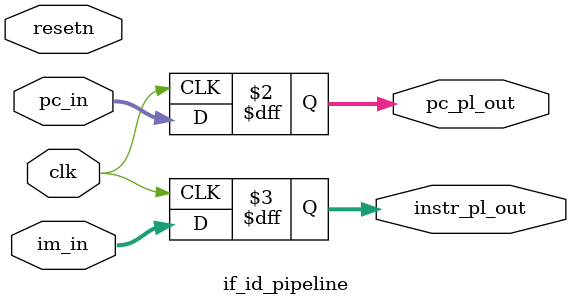
<source format=sv>
module if_id_pipeline(clk, resetn, pc_in, im_in, pc_pl_out, instr_pl_out);

    input clk;
    input resetn;
    input logic [31:0] pc_in;
    input logic [31:0] im_in;

    output reg [31:0] pc_pl_out;
    output reg [31:0] instr_pl_out;

    always @(posedge clk) begin
        pc_pl_out <= pc_in;
        instr_pl_out <= im_in;
    end

endmodule
</source>
